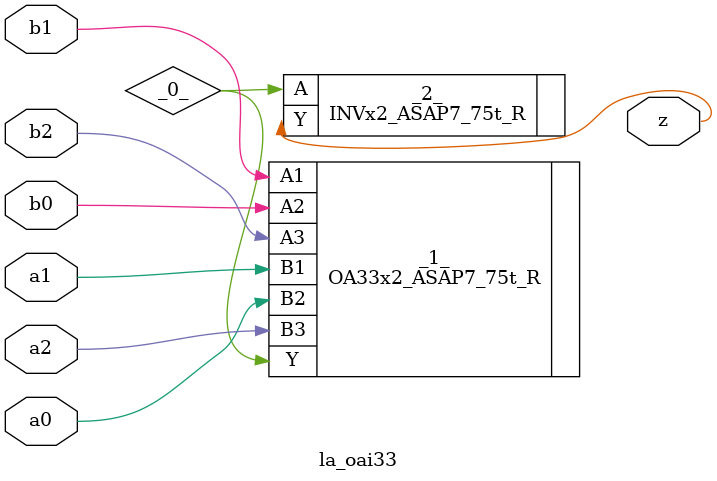
<source format=v>

/* Generated by Yosys 0.44 (git sha1 80ba43d26, g++ 11.4.0-1ubuntu1~22.04 -fPIC -O3) */

(* top =  1  *)
(* src = "generated" *)
module la_oai33 (
    a0,
    a1,
    a2,
    b0,
    b1,
    b2,
    z
);
  wire _0_;
  (* src = "generated" *)
  input a0;
  wire a0;
  (* src = "generated" *)
  input a1;
  wire a1;
  (* src = "generated" *)
  input a2;
  wire a2;
  (* src = "generated" *)
  input b0;
  wire b0;
  (* src = "generated" *)
  input b1;
  wire b1;
  (* src = "generated" *)
  input b2;
  wire b2;
  (* src = "generated" *)
  output z;
  wire z;
  OA33x2_ASAP7_75t_R _1_ (
      .A1(b1),
      .A2(b0),
      .A3(b2),
      .B1(a1),
      .B2(a0),
      .B3(a2),
      .Y (_0_)
  );
  INVx2_ASAP7_75t_R _2_ (
      .A(_0_),
      .Y(z)
  );
endmodule

</source>
